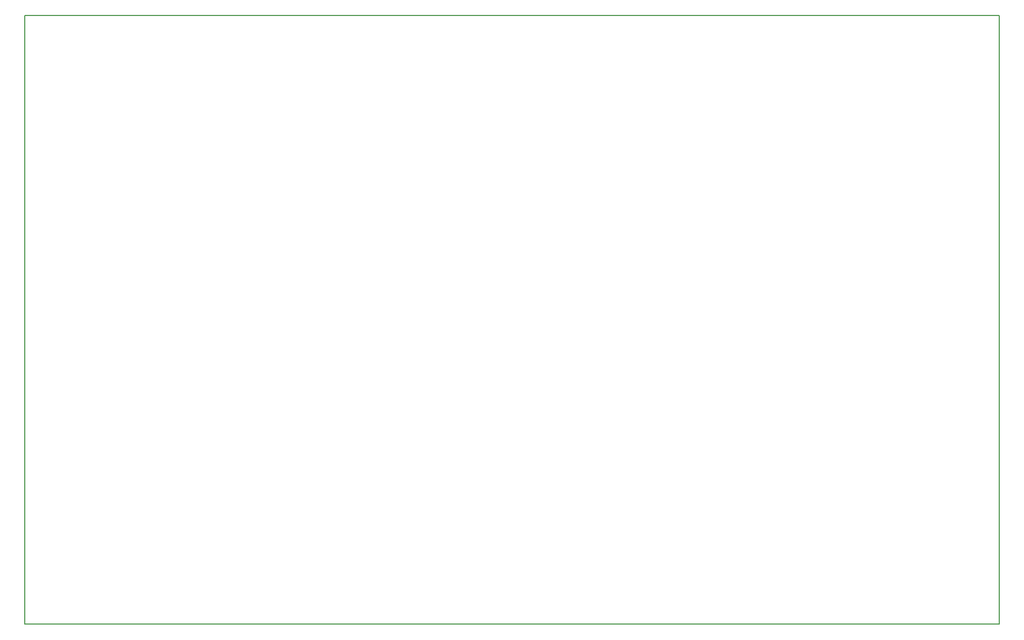
<source format=gbr>
G4 d274tox274  Date: 2022-08-17 13:23:01 *
G4 Design File: CPU09US4 *
G4 Layer name: bottomSMD *
G4 Scale: 100 percent, Rotated: No, Reflected: No *
%FSLAX23Y23*%
%MOIN*%
%LN*%
%ADD10C,0.005*%
%ADD11C,0.006*%
%ADD12C,0.007*%
%ADD13C,0.008*%
%ADD14C,0.009*%
%ADD15C,0.010*%
%ADD16C,0.011*%
%ADD17C,0.012*%
%ADD18C,0.013*%
%ADD19C,0.014*%
%ADD20C,0.015*%
%ADD21C,0.016*%
%ADD22C,0.017*%
%ADD23C,0.018*%
%ADD24C,0.019*%
%ADD25C,0.020*%
%ADD26C,0.021*%
%ADD27C,0.022*%
%ADD28C,0.023*%
%ADD29C,0.024*%
%ADD30C,0.025*%
%ADD31C,0.026*%
%ADD32C,0.027*%
%ADD33C,0.028*%
%ADD34C,0.029*%
%ADD35C,0.030*%
%ADD36C,0.031*%
%ADD37C,0.032*%
%ADD38C,0.033*%
%ADD39C,0.034*%
%ADD40C,0.035*%
%ADD41C,0.036*%
%ADD42C,0.037*%
%ADD43C,0.038*%
%ADD44C,0.039*%
%ADD45C,0.040*%
%ADD46C,0.041*%
%ADD47C,0.042*%
%ADD48C,0.043*%
%ADD49C,0.044*%
%ADD50C,0.045*%
%ADD51C,0.046*%
%ADD52C,0.048*%
%ADD53C,0.049*%
%ADD54C,0.050*%
%ADD55C,0.051*%
%ADD56C,0.052*%
%ADD57C,0.053*%
%ADD58C,0.054*%
%ADD59C,0.055*%
%ADD60C,0.056*%
%ADD61C,0.057*%
%ADD62C,0.058*%
%ADD63C,0.059*%
%ADD64C,0.060*%
%ADD65C,0.061*%
%ADD66C,0.062*%
%ADD67C,0.063*%
%ADD68C,0.064*%
%ADD69C,0.065*%
%ADD70C,0.066*%
%ADD71C,0.067*%
%ADD72C,0.068*%
%ADD73C,0.069*%
%ADD74C,0.070*%
%ADD75C,0.071*%
%ADD76C,0.072*%
%ADD77C,0.073*%
%ADD78C,0.074*%
%ADD79C,0.075*%
%ADD80C,0.076*%
%ADD81C,0.077*%
%ADD82C,0.078*%
%ADD83C,0.079*%
%ADD84C,0.080*%
%ADD85C,0.081*%
%ADD86C,0.082*%
%ADD87C,0.083*%
%ADD88C,0.084*%
%ADD89C,0.085*%
%ADD90C,0.086*%
%ADD91C,0.087*%
%ADD92C,0.088*%
%ADD93C,0.089*%
%ADD94C,0.090*%
%ADD95C,0.091*%
%ADD96C,0.092*%
%ADD97C,0.093*%
%ADD98C,0.094*%
%ADD99C,0.095*%
%ADD100C,0.096*%
%ADD101C,0.097*%
%ADD102C,0.098*%
%ADD103C,0.099*%
%ADD104C,0.100*%
%ADD105C,0.101*%
%ADD106C,0.102*%
%ADD107C,0.103*%
%ADD108C,0.104*%
%ADD109C,0.105*%
%ADD110C,0.106*%
%ADD111C,0.107*%
%ADD112C,0.108*%
%ADD113C,0.109*%
%ADD114C,0.110*%
%ADD115C,0.111*%
%ADD116C,0.112*%
%ADD117C,0.113*%
%ADD118C,0.114*%
%ADD119C,0.115*%
%ADD120C,0.116*%
%ADD121C,0.117*%
%ADD122C,0.118*%
%ADD123C,0.119*%
%ADD124C,0.120*%
%ADD125C,0.121*%
%ADD126C,0.122*%
%ADD127C,0.123*%
%ADD128C,0.124*%
%ADD129C,0.125*%
%ADD130C,0.126*%
%ADD131C,0.127*%
%ADD132C,0.128*%
%ADD133C,0.129*%
%ADD134C,0.130*%
%ADD135C,0.131*%
%ADD136C,0.132*%
%ADD137C,0.133*%
%ADD138C,0.134*%
%ADD139C,0.135*%
%ADD140C,0.136*%
%ADD141C,0.137*%
%ADD142C,0.138*%
%ADD143C,0.139*%
%ADD144C,0.140*%
%ADD145C,0.141*%
%ADD146C,0.142*%
%ADD147C,0.143*%
%ADD148C,0.144*%
%ADD149C,0.145*%
%ADD150C,0.146*%
%ADD151C,0.148*%
%ADD152C,0.149*%
%ADD153C,0.150*%
%ADD154C,0.151*%
%ADD155C,0.152*%
%ADD156C,0.153*%
%ADD157C,0.154*%
%ADD158C,0.155*%
%ADD159C,0.156*%
%ADD160C,0.157*%
%ADD161C,0.158*%
%ADD162C,0.159*%
%ADD163C,0.160*%
%ADD164C,0.161*%
%ADD165C,0.162*%
%ADD166C,0.163*%
%ADD167C,0.164*%
%ADD168C,0.165*%
%ADD169C,0.166*%
%ADD170C,0.167*%
%ADD171C,0.168*%
%ADD172C,0.169*%
%ADD173C,0.170*%
%ADD174C,0.171*%
%ADD175C,0.172*%
%ADD176C,0.173*%
%ADD177C,0.174*%
%ADD178C,0.175*%
%ADD179C,0.176*%
%ADD180C,0.177*%
%ADD181C,0.178*%
%ADD182C,0.179*%
%ADD183C,0.180*%
%ADD184C,0.181*%
%ADD185C,0.182*%
%ADD186C,0.183*%
%ADD187C,0.184*%
%ADD188C,0.185*%
%ADD189C,0.186*%
%ADD190C,0.187*%
%ADD191C,0.188*%
%ADD192C,0.189*%
%ADD193C,0.190*%
%ADD194C,0.191*%
%ADD195C,0.192*%
%ADD196C,0.193*%
%ADD197C,0.194*%
%ADD198C,0.195*%
%ADD199C,0.196*%
%ADD200C,0.197*%
%ADD201C,0.198*%
%ADD202C,0.199*%
%ADD203C,0.200*%
%ADD204C,0.205*%
%ADD205C,0.210*%
%ADD206C,0.215*%
%ADD207C,0.220*%
%ADD208C,0.225*%
%ADD209C,0.230*%
%ADD210C,0.235*%
%ADD211C,0.240*%
%ADD212C,0.245*%
%ADD213C,0.250*%
%ADD214C,0.255*%
%ADD215C,0.260*%
%ADD216C,0.265*%
%ADD217C,0.270*%
%ADD218C,0.275*%
%ADD219C,0.280*%
%ADD220C,0.285*%
%ADD221C,0.290*%
%ADD222C,0.300*%
%ADD223C,0.305*%
%ADD224C,0.310*%
%ADD225C,0.315*%
%ADD226C,0.320*%
%ADD227C,0.325*%
G90*
G70D02*
G54D10*
G54D12*
G01X00000Y03937*
D01*
X00000Y00000*
X06298Y00000*
X06298Y03937*
X00000Y03937*
M00*


</source>
